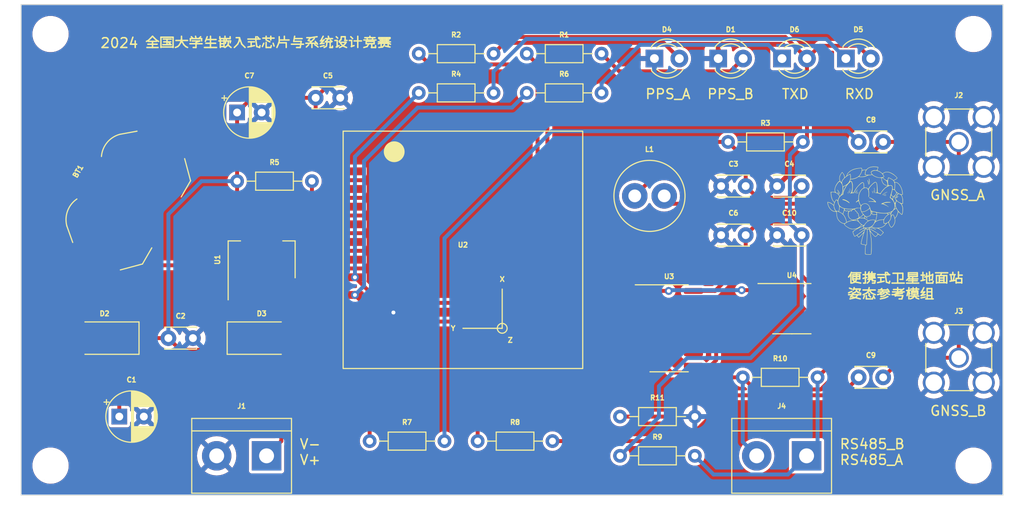
<source format=kicad_pcb>
(kicad_pcb (version 20221018) (generator pcbnew)
  (layers (0 "F.Cu" signal) (31 "B.Cu" signal) (34 "B.Paste" user) (35 "F.Paste" user) (36 "B.SilkS" user "B.Silkscreen") (37 "F.SilkS" user "F.Silkscreen") (38 "B.Mask" user) (39 "F.Mask" user) (44 "Edge.Cuts" user))
  (net 0 "")
  (net 1 "/VBAT")
  (net 2 "GND")
  (net 3 "/Vin")
  (net 4 "/+3V3")
  (net 5 "Net-(C3-Pad2)")
  (net 6 "Net-(C8-Pad1)")
  (net 7 "Net-(J2-In)")
  (net 8 "Net-(C9-Pad1)")
  (net 9 "/GNSS_PPS_A")
  (net 10 "Net-(D4-A)")
  (net 11 "/GNSS_PPS_B")
  (net 12 "Net-(D6-K)")
  (net 13 "Net-(D5-K)")
  (net 14 "/RS485_A")
  (net 15 "/RS485_B")
  (net 16 "/GNSS_RXD")
  (net 17 "Net-(U2-RESET_N)")
  (net 18 "/GNSS_TXD")
  (net 19 "Net-(D1-A)")
  (net 20 "/GNSS_ANT_A")
  (net 21 "Net-(D3-A)")
  (net 22 "/GNSS_ANT_B")
  (net 34 "Net-(U4-RO)")
  (net 35 "Net-(U3-Pad2)")
  (net 36 "Net-(U4-DE)")
  (footprint "Resistor_THT:R_Axial_DIN0204_L3.6mm_D1.6mm_P7.62mm_Horizontal" (layer "F.Cu") (at 120.5 55)
    (fp_text reference "R2" (at 3.81 -1.92) (layer "F.SilkS") (effects (font (size 0.5 0.5))))
    (fp_text value "1k")
    (pad "1" thru_hole circle locked (at 0 0) (size 1.4 1.4) (drill 0.7) (layers "*.Cu" "*.Mask") (net 11 "/GNSS_PPS_B"))
    (pad "2" thru_hole oval locked (at 7.62 0) (size 1.4 1.4) (drill 0.7) (layers "*.Cu" "*.Mask") (net 10 "Net-(D4-A)"))
  )
  (footprint "Resistor_THT:R_Axial_DIN0204_L3.6mm_D1.6mm_P7.62mm_Horizontal" (layer "F.Cu") (at 152 64)
    (fp_text reference "R3" (at 3.81 -1.92) (layer "F.SilkS") (effects (font (size 0.5 0.5))))
    (fp_text value "0")
    (pad "1" thru_hole circle locked (at 0 0) (size 1.4 1.4) (drill 0.7) (layers "*.Cu" "*.Mask") (net 5 "Net-(C3-Pad2)"))
    (pad "2" thru_hole oval locked (at 7.62 0) (size 1.4 1.4) (drill 0.7) (layers "*.Cu" "*.Mask") (net 4 "/+3V3"))
  )
  (footprint "LED_THT:LED_D3.0mm" (layer "F.Cu") (at 157.5 55.5)
    (fp_text reference "D6" (at 1.27 -2.96) (layer "F.SilkS") (effects (font (size 0.5 0.5))))
    (fp_text value "LED")
    (pad "1" thru_hole rect locked (at 0 0) (size 1.8 1.8) (drill 0.9) (layers "*.Cu" "*.Mask") (net 12 "Net-(D6-K)"))
    (pad "2" thru_hole circle locked (at 2.54 0) (size 1.8 1.8) (drill 0.9) (layers "*.Cu" "*.Mask") (net 4 "/+3V3"))
  )
  (footprint "Diode_SMD:D_SMA" (layer "F.Cu") (at 104.5 84)
    (fp_text reference "D3" (at 0 -2.5) (layer "F.SilkS") (effects (font (size 0.5 0.5))))
    (fp_text value "SS34")
    (pad "1" smd roundrect locked (at -2 0) (size 2.5 1.8) (layers "F.Cu" "F.Paste" "F.Mask") (roundrect_rratio 0.1388888889) (net 3 "/Vin"))
    (pad "2" smd roundrect locked (at 2 0) (size 2.5 1.8) (layers "F.Cu" "F.Paste" "F.Mask") (roundrect_rratio 0.1388888889) (net 21 "Net-(D3-A)"))
  )
  (footprint "Resistor_THT:R_Axial_DIN0204_L3.6mm_D1.6mm_P7.62mm_Horizontal" (layer "F.Cu") (at 141 96)
    (fp_text reference "R9" (at 3.81 -1.92) (layer "F.SilkS") (effects (font (size 0.5 0.5))))
    (fp_text value "10k")
    (pad "1" thru_hole circle locked (at 0 0) (size 1.4 1.4) (drill 0.7) (layers "*.Cu" "*.Mask") (net 4 "/+3V3"))
    (pad "2" thru_hole oval locked (at 7.62 0) (size 1.4 1.4) (drill 0.7) (layers "*.Cu" "*.Mask") (net 14 "/RS485_A"))
  )
  (footprint "Resistor_THT:R_Axial_DIN0204_L3.6mm_D1.6mm_P7.62mm_Horizontal" (layer "F.Cu") (at 120.5 59)
    (fp_text reference "R4" (at 3.81 -1.92) (layer "F.SilkS") (effects (font (size 0.5 0.5) (thickness 0.125))))
    (fp_text value "1k")
    (pad "1" thru_hole circle locked (at 0 0) (size 1.4 1.4) (drill 0.7) (layers "*.Cu" "*.Mask") (net 16 "/GNSS_RXD"))
    (pad "2" thru_hole oval locked (at 7.62 0) (size 1.4 1.4) (drill 0.7) (layers "*.Cu" "*.Mask") (net 13 "Net-(D5-K)"))
  )
  (footprint "LED_THT:LED_D3.0mm" (layer "F.Cu") (at 151 55.5)
    (fp_text reference "D1" (at 1.27 -2.96) (layer "F.SilkS") (effects (font (size 0.5 0.5))))
    (fp_text value "LED")
    (pad "1" thru_hole rect locked (at 0 0) (size 1.8 1.8) (drill 0.9) (layers "*.Cu" "*.Mask") (net 2 "GND"))
    (pad "2" thru_hole circle locked (at 2.54 0) (size 1.8 1.8) (drill 0.9) (layers "*.Cu" "*.Mask") (net 19 "Net-(D1-A)"))
  )
  (footprint "Package_SO:SOIC-14_3.9x8.7mm_P1.27mm" (layer "F.Cu") (at 146 83)
    (fp_text reference "U3" (at 0 -5.28) (layer "F.SilkS") (effects (font (size 0.5 0.5))))
    (fp_text value "74HC14")
    (pad "1" smd roundrect locked (at -2.475 -3.81) (size 1.95 0.6) (layers "F.Cu" "F.Paste" "F.Mask") (net 34 "Net-(U4-RO)"))
    (pad "2" smd roundrect locked (at -2.475 -2.54) (size 1.95 0.6) (layers "F.Cu" "F.Paste" "F.Mask") (net 35 "Net-(U3-Pad2)"))
    (pad "3" smd roundrect locked (at -2.475 -1.27) (size 1.95 0.6) (layers "F.Cu" "F.Paste" "F.Mask") (net 35 "Net-(U3-Pad2)"))
    (pad "4" smd roundrect locked (at -2.475 0) (size 1.95 0.6) (layers "F.Cu" "F.Paste" "F.Mask") (net 16 "/GNSS_RXD"))
    (pad "5" smd roundrect locked (at -2.475 1.27) (size 1.95 0.6) (layers "F.Cu" "F.Paste" "F.Mask") (net 18 "/GNSS_TXD"))
    (pad "6" smd roundrect locked (at -2.475 2.54) (size 1.95 0.6) (layers "F.Cu" "F.Paste" "F.Mask") (net 36 "Net-(U4-DE)"))
    (pad "7" smd roundrect locked (at -2.475 3.81) (size 1.95 0.6) (layers "F.Cu" "F.Paste" "F.Mask") (net 2 "GND"))
    (pad "8" smd roundrect locked (at 2.475 3.81) (size 1.95 0.6) (layers "F.Cu" "F.Paste" "F.Mask"))
    (pad "9" smd roundrect locked (at 2.475 2.54) (size 1.95 0.6) (layers "F.Cu" "F.Paste" "F.Mask"))
    (pad "10" smd roundrect locked (at 2.475 1.27) (size 1.95 0.6) (layers "F.Cu" "F.Paste" "F.Mask"))
    (pad "11" smd roundrect locked (at 2.475 0) (size 1.95 0.6) (layers "F.Cu" "F.Paste" "F.Mask"))
    (pad "12" smd roundrect locked (at 2.475 -1.27) (size 1.95 0.6) (layers "F.Cu" "F.Paste" "F.Mask"))
    (pad "13" smd roundrect locked (at 2.475 -2.54) (size 1.95 0.6) (layers "F.Cu" "F.Paste" "F.Mask"))
    (pad "14" smd roundrect locked (at 2.475 -3.81) (size 1.95 0.6) (layers "F.Cu" "F.Paste" "F.Mask") (net 4 "/+3V3"))
  )
  (footprint "Resistor_THT:R_Axial_DIN0204_L3.6mm_D1.6mm_P7.62mm_Horizontal" (layer "F.Cu") (at 153.5 88)
    (fp_text reference "R10" (at 3.81 -1.92) (layer "F.SilkS") (effects (font (size 0.5 0.5))))
    (fp_text value "120")
    (pad "1" thru_hole circle locked (at 0 0) (size 1.4 1.4) (drill 0.7) (layers "*.Cu" "*.Mask") (net 15 "/RS485_B"))
    (pad "2" thru_hole oval locked (at 7.62 0) (size 1.4 1.4) (drill 0.7) (layers "*.Cu" "*.Mask") (net 14 "/RS485_A"))
  )
  (footprint "Connector_Coaxial:SMA_Amphenol_901-144_Vertical" (layer "F.Cu") (at 175.5 64)
    (fp_text reference "J2" (at 0 -4.75) (layer "F.SilkS") (effects (font (size 0.5 0.5) (thickness 0.125))))
    (fp_text value "SMA")
    (pad "1" thru_hole circle locked (at 0 0) (size 2.05 2.05) (drill 1.5) (layers "*.Cu" "*.Mask") (net 7 "Net-(J2-In)"))
    (pad "2" thru_hole circle locked (at -2.54 -2.54) (size 2.25 2.25) (drill 1.7) (layers "*.Cu" "*.Mask") (net 2 "GND"))
    (pad "2" thru_hole circle locked (at -2.54 2.54) (size 2.25 2.25) (drill 1.7) (layers "*.Cu" "*.Mask") (net 2 "GND"))
    (pad "2" thru_hole circle locked (at 2.54 -2.54) (size 2.25 2.25) (drill 1.7) (layers "*.Cu" "*.Mask") (net 2 "GND"))
    (pad "2" thru_hole circle locked (at 2.54 2.54) (size 2.25 2.25) (drill 1.7) (layers "*.Cu" "*.Mask") (net 2 "GND"))
  )
  (footprint "Capacitor_THT:C_Disc_D3.0mm_W2.0mm_P2.50mm" (layer "F.Cu") (at 165.3 64)
    (fp_text reference "C8" (at 1.25 -2.25) (layer "F.SilkS") (effects (font (size 0.5 0.5) (thickness 0.125))))
    (fp_text value "100pF")
    (pad "1" thru_hole circle locked (at 0 0) (size 1.6 1.6) (drill 0.8) (layers "*.Cu" "*.Mask") (net 6 "Net-(C8-Pad1)"))
    (pad "2" thru_hole circle locked (at 2.5 0) (size 1.6 1.6) (drill 0.8) (layers "*.Cu" "*.Mask") (net 7 "Net-(J2-In)"))
  )
  (footprint "Package_SO:SOIC-8_3.9x4.9mm_P1.27mm" (layer "F.Cu") (at 158.5 81)
    (fp_text reference "U4" (at 0 -3.4) (layer "F.SilkS") (effects (font (size 0.5 0.5))))
    (fp_text value "MAX3485")
    (pad "1" smd roundrect locked (at -2.475 -1.905) (size 1.95 0.6) (layers "F.Cu" "F.Paste" "F.Mask") (net 34 "Net-(U4-RO)"))
    (pad "2" smd roundrect locked (at -2.475 -0.635) (size 1.95 0.6) (layers "F.Cu" "F.Paste" "F.Mask") (net 36 "Net-(U4-DE)"))
    (pad "3" smd roundrect locked (at -2.475 0.635) (size 1.95 0.6) (layers "F.Cu" "F.Paste" "F.Mask") (net 36 "Net-(U4-DE)"))
    (pad "4" smd roundrect locked (at -2.475 1.905) (size 1.95 0.6) (layers "F.Cu" "F.Paste" "F.Mask") (net 2 "GND"))
    (pad "5" smd roundrect locked (at 2.475 1.905) (size 1.95 0.6) (layers "F.Cu" "F.Paste" "F.Mask") (net 2 "GND"))
    (pad "6" smd roundrect locked (at 2.475 0.635) (size 1.95 0.6) (layers "F.Cu" "F.Paste" "F.Mask") (net 14 "/RS485_A"))
    (pad "7" smd roundrect locked (at 2.475 -0.635) (size 1.95 0.6) (layers "F.Cu" "F.Paste" "F.Mask") (net 15 "/RS485_B"))
    (pad "8" smd roundrect locked (at 2.475 -1.905) (size 1.95 0.6) (layers "F.Cu" "F.Paste" "F.Mask") (net 4 "/+3V3"))
  )
  (footprint "Connector_Coaxial:SMA_Amphenol_901-144_Vertical" (layer "F.Cu") (at 175.5 86)
    (fp_text reference "J3" (at 0 -4.75) (layer "F.SilkS") (effects (font (size 0.5 0.5) (thickness 0.125))))
    (fp_text value "SMA")
    (pad "1" thru_hole circle locked (at 0 0) (size 2.05 2.05) (drill 1.5) (layers "*.Cu" "*.Mask") (net 7 "Net-(J2-In)"))
    (pad "2" thru_hole circle locked (at -2.54 -2.54) (size 2.25 2.25) (drill 1.7) (layers "*.Cu" "*.Mask") (net 2 "GND"))
    (pad "2" thru_hole circle locked (at -2.54 2.54) (size 2.25 2.25) (drill 1.7) (layers "*.Cu" "*.Mask") (net 2 "GND"))
    (pad "2" thru_hole circle locked (at 2.54 -2.54) (size 2.25 2.25) (drill 1.7) (layers "*.Cu" "*.Mask") (net 2 "GND"))
    (pad "2" thru_hole circle locked (at 2.54 2.54) (size 2.25 2.25) (drill 1.7) (layers "*.Cu" "*.Mask") (net 2 "GND"))
  )
  (footprint "Inductor_THT:L_Radial_D7.0mm_P3.00mm" (layer "F.Cu") (at 142.5 69.5)
    (fp_text reference "L1" (at 1.5 -4.75) (layer "F.SilkS") (effects (font (size 0.5 0.5))))
    (fp_text value "20uH")
    (pad "1" thru_hole circle locked (at 0 0) (size 2.6 2.6) (drill 1.3) (layers "*.Cu" "*.Mask") (net 5 "Net-(C3-Pad2)"))
    (pad "2" thru_hole circle locked (at 3 0) (size 2.6 2.6) (drill 1.3) (layers "*.Cu" "*.Mask") (net 7 "Net-(J2-In)"))
  )
  (footprint "Resistor_THT:R_Axial_DIN0204_L3.6mm_D1.6mm_P7.62mm_Horizontal" (layer "F.Cu") (at 131.5 59)
    (fp_text reference "R6" (at 3.81 -1.92) (layer "F.SilkS") (effects (font (size 0.5 0.5) (thickness 0.125))))
    (fp_text value "1k")
    (pad "1" thru_hole circle locked (at 0 0) (size 1.4 1.4) (drill 0.7) (layers "*.Cu" "*.Mask") (net 18 "/GNSS_TXD"))
    (pad "2" thru_hole oval locked (at 7.62 0) (size 1.4 1.4) (drill 0.7) (layers "*.Cu" "*.Mask") (net 12 "Net-(D6-K)"))
  )
  (footprint "Capacitor_THT:C_Disc_D3.0mm_W2.0mm_P2.50mm" (layer "F.Cu") (at 157 73.5)
    (fp_text reference "C10" (at 1.25 -2.25) (layer "F.SilkS") (effects (font (size 0.5 0.5))))
    (fp_text value "0.1uF")
    (pad "1" thru_hole circle locked (at 0 0) (size 1.6 1.6) (drill 0.8) (layers "*.Cu" "*.Mask") (net 2 "GND"))
    (pad "2" thru_hole circle locked (at 2.5 0) (size 1.6 1.6) (drill 0.8) (layers "*.Cu" "*.Mask") (net 4 "/+3V3"))
  )
  (footprint "Battery:BatteryHolder_LINX_BAT-HLD-012-SMT" (layer "F.Cu") (at 91 70 -120)
    (fp_text reference "BT1" (at 0 6 60) (layer "F.SilkS") (effects (font (size 0.5 0.5))))
    (fp_text value "3V")
    (pad "1" smd rect locked (at -7.6 0 240) (size 2.5 5.1) (layers "F.Cu" "F.Paste" "F.Mask") (net 1 "/VBAT"))
    (pad "1" smd rect locked (at 7.6 0 240) (size 2.5 5.1) (layers "F.Cu" "F.Paste" "F.Mask") (net 1 "/VBAT"))
    (pad "2" smd circle locked (at 0 0 240) (size 10.2 10.2) (layers "F.Cu" "F.Mask") (net 2 "GND"))
  )
  (footprint "GNSS:Cat" (layer "F.Cu") (at 166 71)
    (fp_text reference "G***" hide)
    (fp_text value "LOGO" hide)
  )
  (footprint "GNSS:LC02H" (layer "F.Cu") (at 125 75)
    (fp_text reference "U2" (at 0 -0.5 unlocked) (layer "F.SilkS") (effects (font (size 0.5 0.5) (thickness 0.125))))
    (fp_text value "LC02H")
    (fp_text user "Z" (at 4.5 9.5 unlocked) (layer "F.SilkS") (effects (font (size 0.5 0.5) (thickness 0.125)) (justify left bottom)))
    (fp_text user "Y" (at -1 8 unlocked) (layer "F.SilkS") (effects (font (size 0.5 0.5) (thickness 0.125))))
    (fp_text user "X" (at 4 3 unlocked) (layer "F.SilkS") (effects (font (size 0.5 0.5) (thickness 0.125))))
    (pad "1" smd roundrect locked (at -11.1 -9.8) (size 2 0.8) (layers "F.Cu" "F.Paste" "F.Mask") (net 2 "GND"))
    (pad "2" smd roundrect locked (at -11.1 -8) (size 2 0.8) (layers "F.Cu" "F.Paste" "F.Mask") (net 4 "/+3V3"))
    (pad "3" smd roundrect locked (at -11.1 -6.2) (size 2 0.8) (layers "F.Cu" "F.Paste" "F.Mask"))
    (pad "4" smd roundrect locked (at -11.1 -4.4) (size 2 0.8) (layers "F.Cu" "F.Paste" "F.Mask"))
    (pad "5" smd roundrect locked (at -11.1 -2.6) (size 2 0.8) (layers "F.Cu" "F.Paste" "F.Mask"))
    (pad "6" smd roundrect locked (at -11.1 -0.8) (size 2 0.8) (layers "F.Cu" "F.Paste" "F.Mask"))
    (pad "7" smd roundrect locked (at -11.1 1) (size 2 0.8) (layers "F.Cu" "F.Paste" "F.Mask") (net 17 "Net-(U2-RESET_N)"))
    (pad "8" smd roundrect locked (at -11.1 2.8) (size 2 0.8) (layers "F.Cu" "F.Paste" "F.Mask") (net 16 "/GNSS_RXD"))
    (pad "9" smd roundrect locked (at -11.1 4.6) (size 2 0.8) (layers "F.Cu" "F.Paste" "F.Mask") (net 18 "/GNSS_TXD"))
    (pad "10" smd roundrect locked (at -11.1 6.4) (size 2 0.8) (layers "F.Cu" "F.Paste" "F.Mask") (net 1 "/VBAT"))
    (pad "11" smd roundrect locked (at -11.1 8.2) (size 2 0.8) (layers "F.Cu" "F.Paste" "F.Mask") (net 20 "/GNSS_ANT_A"))
    (pad "12" smd roundrect locked (at -11.1 10) (size 2 0.8) (layers "F.Cu" "F.Paste" "F.Mask") (net 2 "GND"))
    (pad "13" smd roundrect locked (at 11.1 10) (size 2 0.8) (layers "F.Cu" "F.Paste" "F.Mask") (net 2 "GND"))
    (pad "14" smd roundrect locked (at 11.1 8.2) (size 2 0.8) (layers "F.Cu" "F.Paste" "F.Mask") (net 22 "/GNSS_ANT_B"))
    (pad "15" smd roundrect locked (at 11.1 6.4) (size 2 0.8) (layers "F.Cu" "F.Paste" "F.Mask"))
    (pad "16" smd roundrect locked (at 11.1 4.6) (size 2 0.8) (layers "F.Cu" "F.Paste" "F.Mask") (net 11 "/GNSS_PPS_B"))
    (pad "17" smd roundrect locked (at 11.1 2.8) (size 2 0.8) (layers "F.Cu" "F.Paste" "F.Mask"))
    (pad "18" smd roundrect locked (at 11.1 1) (size 2 0.8) (layers "F.Cu" "F.Paste" "F.Mask"))
    (pad "19" smd roundrect locked (at 11.1 -1) (size 2 0.8) (layers "F.Cu" "F.Paste" "F.Mask"))
    (pad "20" smd roundrect locked (at 11.1 -2.8) (size 2 0.8) (layers "F.Cu" "F.Paste" "F.Mask"))
    (pad "21" smd roundrect locked (at 11.1 -4.6) (size 2 0.8) (layers "F.Cu" "F.Paste" "F.Mask"))
    (pad "22" smd roundrect locked (at 11.1 -6.4) (size 2 0.8) (layers "F.Cu" "F.Paste" "F.Mask"))
    (pad "23" smd roundrect locked (at 11.1 -8.2) (size 2 0.8) (layers "F.Cu" "F.Paste" "F.Mask") (net 9 "/GNSS_PPS_A"))
    (pad "24" smd roundrect locked (at 11.1 -10) (size 2 0.8) (layers "F.Cu" "F.Paste" "F.Mask") (net 2 "GND"))
  )
  (footprint "Resistor_THT:R_Axial_DIN0204_L3.6mm_D1.6mm_P7.62mm_Horizontal" (layer "F.Cu") (at 102 68)
    (fp_text reference "R5" (at 3.81 -1.92) (layer "F.SilkS") (effects (font (size 0.5 0.5))))
    (fp_text value "10k")
    (pad "1" thru_hole circle locked (at 0 0) (size 1.4 1.4) (drill 0.7) (layers "*.Cu" "*.Mask") (net 4 "/+3V3"))
    (pad "2" thru_hole oval locked (at 7.62 0) (size 1.4 1.4) (drill 0.7) (layers "*.Cu" "*.Mask") (net 17 "Net-(U2-RESET_N)"))
  )
  (footprint "TerminalBlock:TerminalBlock_bornier-2_P5.08mm" (layer "F.Cu") (at 105 96 180)
    (fp_text reference "J1" (at 2.54 5.068) (layer "F.SilkS") (effects (font (size 0.5 0.5))))
    (fp_text value "POWER")
    (pad "1" thru_hole rect locked (at 0 0 180) (size 3 3) (drill 1.52) (layers "*.Cu" "*.Mask") (net 21 "Net-(D3-A)"))
    (pad "2" thru_hole circle locked (at 5.08 0 180) (size 3 3) (drill 1.52) (layers "*.Cu" "*.Mask") (net 2 "GND"))
  )
  (footprint "Capacitor_THT:C_Disc_D3.0mm_W2.0mm_P2.50mm" (layer "F.Cu") (at 151.3 73.5)
    (fp_text reference "C6" (at 1.25 -2.25) (layer "F.SilkS") (effects (font (size 0.5 0.5))))
    (fp_text value "0.1uF")
    (pad "1" thru_hole circle locked (at 0 0) (size 1.6 1.6) (drill 0.8) (layers "*.Cu" "*.Mask") (net 2 "GND"))
    (pad "2" thru_hole circle locked (at 2.5 0) (size 1.6 1.6) (drill 0.8) (layers "*.Cu" "*.Mask") (net 4 "/+3V3"))
  )
  (footprint "Diode_SMD:D_SMA" (layer "F.Cu") (at 88.5 84 180)
    (fp_text reference "D2" (at 0 2.5) (layer "F.SilkS") (effects (font (size 0.5 0.5) (thickness 0.125))))
    (fp_text value "SS34")
    (pad "1" smd roundrect locked (at -2 0 180) (size 2.5 1.8) (layers "F.Cu" "F.Paste" "F.Mask") (roundrect_rratio 0.1388888889) (net 4 "/+3V3"))
    (pad "2" smd roundrect locked (at 2 0 180) (size 2.5 1.8) (layers "F.Cu" "F.Paste" "F.Mask") (roundrect_rratio 0.1388888889) (net 1 "/VBAT"))
  )
  (footprint "LED_THT:LED_D3.0mm" (layer "F.Cu") (at 144.5 55.5)
    (fp_text reference "D4" (at 1.27 -2.96) (layer "F.SilkS") (effects (font (size 0.5 0.5))))
    (fp_text value "LED")
    (pad "1" thru_hole rect locked (at 0 0) (size 1.8 1.8) (drill 0.9) (layers "*.Cu" "*.Mask") (net 2 "GND"))
    (pad "2" thru_hole circle locked (at 2.54 0) (size 1.8 1.8) (drill 0.9) (layers "*.Cu" "*.Mask") (net 10 "Net-(D4-A)"))
  )
  (footprint "Resistor_THT:R_Axial_DIN0204_L3.6mm_D1.6mm_P7.62mm_Horizontal" (layer "F.Cu") (at 115.5 94.5)
    (fp_text reference "R7" (at 3.81 -1.92) (layer "F.SilkS") (effects (font (size 0.5 0.5))))
    (fp_text value "0")
    (pad "1" thru_hole circle locked (at 0 0) (size 1.4 1.4) (drill 0.7) (layers "*.Cu" "*.Mask") (net 20 "/GNSS_ANT_A"))
    (pad "2" thru_hole oval locked (at 7.62 0) (size 1.4 1.4) (drill 0.7) (layers "*.Cu" "*.Mask") (net 6 "Net-(C8-Pad1)"))
  )
  (footprint "Resistor_THT:R_Axial_DIN0204_L3.6mm_D1.6mm_P7.62mm_Horizontal" (layer "F.Cu") (at 126.5 94.5)
    (fp_text reference "R8" (at 3.81 -1.92) (layer "F.SilkS") (effects (font (size 0.5 0.5))))
    (fp_text value "0")
    (pad "1" thru_hole circle locked (at 0 0) (size 1.4 1.4) (drill 0.7) (layers "*.Cu" "*.Mask") (net 22 "/GNSS_ANT_B"))
    (pad "2" thru_hole oval locked (at 7.62 0) (size 1.4 1.4) (drill 0.7) (layers "*.Cu" "*.Mask") (net 8 "Net-(C9-Pad1)"))
  )
  (footprint "Capacitor_THT:CP_Radial_D5.0mm_P2.50mm" (layer "F.Cu") (at 90 92)
    (fp_text reference "C1" (at 1.25 -3.75) (layer "F.SilkS") (effects (font (size 0.5 0.5) (thickness 0.125))))
    (fp_text value "10uF")
    (pad "1" thru_hole rect locked (at 0 0) (size 1.6 1.6) (drill 0.8) (layers "*.Cu" "*.Mask") (net 3 "/Vin"))
    (pad "2" thru_hole circle locked (at 2.5 0) (size 1.6 1.6) (drill 0.8) (layers "*.Cu" "*.Mask") (net 2 "GND"))
  )
  (footprint "TerminalBlock:TerminalBlock_bornier-2_P5.08mm" (layer "F.Cu") (at 160 96 180)
    (fp_text reference "J4" (at 2.54 5.068) (layer "F.SilkS") (effects (font (size 0.5 0.5))))
    (fp_text value "RS485")
    (pad "1" thru_hole rect locked (at 0 0 180) (size 3 3) (drill 1.52) (layers "*.Cu" "*.Mask") (net 14 "/RS485_A"))
    (pad "2" thru_hole circle locked (at 5.08 0 180) (size 3 3) (drill 1.52) (layers "*.Cu" "*.Mask") (net 15 "/RS485_B"))
  )
  (footprint "Capacitor_THT:C_Disc_D3.0mm_W2.0mm_P2.50mm" (layer "F.Cu") (at 157 68.5)
    (fp_text reference "C4" (at 1.25 -2.25) (layer "F.SilkS") (effects (font (size 0.5 0.5))))
    (fp_text value "0.1uF")
    (pad "1" thru_hole circle locked (at 0 0) (size 1.6 1.6) (drill 0.8) (layers "*.Cu" "*.Mask") (net 2 "GND"))
    (pad "2" thru_hole circle locked (at 2.5 0) (size 1.6 1.6) (drill 0.8) (layers "*.Cu" "*.Mask") (net 5 "Net-(C3-Pad2)"))
  )
  (footprint "Capacitor_THT:C_Disc_D3.0mm_W2.0mm_P2.50mm" (layer "F.Cu") (at 95 84)
    (fp_text reference "C2" (at 1.25 -2.25) (layer "F.SilkS") (effects (font (size 0.5 0.5))))
    (fp_text value "0.1uF")
    (pad "1" thru_hole circle locked (at 0 0) (size 1.6 1.6) (drill 0.8) (layers "*.Cu" "*.Mask") (net 4 "/+3V3"))
    (pad "2" thru_hole circle locked (at 2.5 0) (size 1.6 1.6) (drill 0.8) (layers "*.Cu" "*.Mask") (net 2 "GND"))
  )
  (footprint "Resistor_THT:R_Axial_DIN0204_L3.6mm_D1.6mm_P7.62mm_Horizontal" (layer "F.Cu") (at 141 92)
    (fp_text reference "R11" (at 3.81 -1.92) (layer "F.SilkS") (effects (font (size 0.5 0.5))))
    (fp_text value "10k")
    (pad "1" thru_hole circle locked (at 0 0) (size 1.4 1.4) (drill 0.7) (layers "*.Cu" "*.Mask") (net 15 "/RS485_B"))
    (pad "2" thru_hole oval locked (at 7.62 0) (size 1.4 1.4) (drill 0.7) (layers "*.Cu" "*.Mask") (net 2 "GND"))
  )
  (footprint "MountingHole:MountingHole_3.2mm_M3_DIN965" (layer "F.Cu") (at 83 53)
    (fp_text reference "H1" hide)
    (fp_text value "MountingHole")
    (pad "" np_thru_hole circle locked (at 0 0) (size 3.2 3.2) (drill 3.2) (layers "*.Cu" "*.Mask"))
  )
  (footprint "MountingHole:MountingHole_3.2mm_M3_DIN965" (layer "F.Cu") (at 83 97)
    (fp_text reference "H4" hide)
    (fp_text value "MountingHole")
    (pad "" np_thru_hole circle locked (at 0 0) (size 3.2 3.2) (drill 3.2) (layers "*.Cu" "*.Mask"))
  )
  (footprint "Capacitor_THT:CP_Radial_D5.0mm_P2.50mm" (layer "F.Cu") (at 102 61)
    (fp_text reference "C7" (at 1.25 -3.75) (layer "F.SilkS") (effects (font (size 0.5 0.5))))
    (fp_text value "10uF")
    (pad "1" thru_hole rect locked (at 0 0) (size 1.6 1.6) (drill 0.8) (layers "*.Cu" "*.Mask") (net 4 "/+3V3"))
    (pad "2" thru_hole circle locked (at 2.5 0) (size 1.6 1.6) (drill 0.8) (layers "*.Cu" "*.Mask") (net 2 "GND"))
  )
  (footprint "LED_THT:LED_D3.0mm" (layer "F.Cu") (at 164 55.5)
    (fp_text reference "D5" (at 1.27 -2.96) (layer "F.SilkS") (effects (font (size 0.5 0.5))))
    (fp_text value "LED")
    (pad "1" thru_hole rect locked (at 0 0) (size 1.8 1.8) (drill 0.9) (layers "*.Cu" "*.Mask") (net 13 "Net-(D5-K)"))
    (pad "2" thru_hole circle locked (at 2.54 0) (size 1.8 1.8) (drill 0.9) (layers "*.Cu" "*.Mask") (net 4 "/+3V3"))
  )
  (footprint "MountingHole:MountingHole_3.2mm_M3_DIN965" (layer "F.Cu") (at 177 97)
    (fp_text reference "H3" hide)
    (fp_text value "MountingHole")
    (pad "" np_thru_hole circle locked (at 0 0) (size 3.2 3.2) (drill 3.2) (layers "*.Cu" "*.Mask"))
  )
  (footprint "Resistor_THT:R_Axial_DIN0204_L3.6mm_D1.6mm_P7.62mm_Horizontal" (layer "F.Cu") (at 131.5 55)
    (fp_text reference "R1" (at 3.81 -1.92) (layer "F.SilkS") (effects (font (size 0.5 0.5))))
    (fp_text value "1k")
    (pad "1" thru_hole circle locked (at 0 0) (size 1.4 1.4) (drill 0.7) (layers "*.Cu" "*.Mask") (net 9 "/GNSS_PPS_A"))
    (pad "2" thru_hole oval locked (at 7.62 0) (size 1.4 1.4) (drill 0.7) (layers "*.Cu" "*.Mask") (net 19 "Net-(D1-A)"))
  )
  (footprint "Capacitor_THT:C_Disc_D3.0mm_W2.0mm_P2.50mm" (layer "F.Cu") (at 165.3 88)
    (fp_text reference "C9" (at 1.25 -2.25) (layer "F.SilkS") (effects (font (size 0.5 0.5) (thickness 0.125))))
    (fp_text value "100pF")
    (pad "1" thru_hole circle locked (at 0 0) (size 1.6 1.6) (drill 0.8) (layers "*.Cu" "*.Mask") (net 8 "Net-(C9-Pad1)"))
    (pad "2" thru_hole circle locked (at 2.5 0) (size 1.6 1.6) (drill 0.8) (layers "*.Cu" "*.Mask") (net 7 "Net-(J2-In)"))
  )
  (footprint "Capacitor_THT:C_Disc_D3.0mm_W2.0mm_P2.50mm" (layer "F.Cu") (at 110 59.5)
    (fp_text reference "C5" (at 1.25 -2.25) (layer "F.SilkS") (effects (font (size 0.5 0.5))))
    (fp_text value "0.1uF")
    (pad "1" thru_hole circle locked (at 0 0) (size 1.6 1.6) (drill 0.8) (layers "*.Cu" "*.Mask") (net 4 "/+3V3"))
    (pad "2" thru_hole circle locked (at 2.5 0) (size 1.6 1.6) (drill 0.8) (layers "*.Cu" "*.Mask") (net 2 "GND"))
  )
  (footprint "MountingHole:MountingHole_3.2mm_M3_DIN965" (layer "F.Cu") (at 177 53)
    (fp_text reference "H2" hide)
    (fp_text value "MountingHole")
    (pad "" np_thru_hole circle locked (at 0 0) (size 3.2 3.2) (drill 3.2) (layers "*.Cu" "*.Mask"))
  )
  (footprint "Capacitor_THT:C_Disc_D3.0mm_W2.0mm_P2.50mm" (layer "F.Cu") (at 151.3 68.5)
    (fp_text reference "C3" (at 1.25 -2.25) (layer "F.SilkS") (effects (font (size 0.5 0.5))))
    (fp_text value "100pF")
    (pad "1" thru_hole circle locked (at 0 0) (size 1.6 1.6) (drill 0.8) (layers "*.Cu" "*.Mask") (net 2 "GND"))
    (pad "2" thru_hole circle locked (at 2.5 0) (size 1.6 1.6) (drill 0.8) (layers "*.Cu" "*.Mask") (net 5 "Net-(C3-Pad2)"))
  )
  (footprint "Package_TO_SOT_SMD:SOT-223-3_TabPin2" (layer "F.Cu") (at 104.5 76 90)
    (fp_text reference "U1" (at 0 -4.5 90) (layer "F.SilkS") (effects (font (size 0.5 0.5))))
    (fp_text value "AMS1117-3.3")
    (pad "1" smd rect locked (at -3.15 -2.3 90) (size 2 1.5) (layers "F.Cu" "F.Paste" "F.Mask") (net 2 "GND"))
    (pad "2" smd rect locked (at -3.15 0 90) (size 2 1.5) (layers "F.Cu" "F.Paste" "F.Mask") (net 4 "/+3V3"))
    (pad "2" smd rect locked (at 3.15 0 90) (size 2 3.8) (layers "F.Cu" "F.Paste" "F.Mask") (net 4 "/+3V3"))
    (pad "3" smd rect locked (at -3.15 2.3 90) (size 2 1.5) (layers "F.Cu" "F.Paste" "F.Mask") (net 3 "/Vin"))
  )
  (gr_rect locked (start 80 50) (end 180 100) (stroke (width 0.1)) (fill none) (layer "Edge.Cuts"))
  (gr_text locked "PPS_A" (at 143.5 59.7) (layer "F.SilkS") (effects (font (size 1 1)) (justify left bottom)))
  (gr_text locked "PPS_B" (at 149.8 59.7) (layer "F.SilkS") (effects (font (size 1 1)) (justify left bottom)))
  (gr_text locked "GNSS_A" (at 172.5 70) (layer "F.SilkS") (effects (font (size 1 1)) (justify left bottom)))
  (gr_text locked "便携式卫星地面站\n姿态参考模组" (at 164.084 78.74) (layer "F.SilkS") (effects (font (size 1 1)) (justify left)))
  (gr_text locked "V-\nV+" (at 108.3 97) (layer "F.SilkS") (effects (font (size 1 1)) (justify left bottom)))
  (gr_text locked "2024 全国大学生嵌入式芯片与系统设计竞赛" (at 88 54.5) (layer "F.SilkS") (effects (font (size 1 1)) (justify left bottom)))
  (gr_text locked "RS485_B\nRS485_A" (at 163.3 97) (layer "F.SilkS") (effects (font (size 1 1)) (justify left bottom)))
  (gr_text locked "GNSS_B" (at 172.5 92) (layer "F.SilkS") (effects (font (size 1 1)) (justify left bottom)))
  (gr_text locked "TXD" (at 157.4 59.7) (layer "F.SilkS") (effects (font (size 1 1)) (justify left bottom)))
  (gr_text locked "RXD" (at 163.8 59.7) (layer "F.SilkS") (effects (font (size 1 1)) (justify left bottom)))
  (segment locked (start 85.33327 67.82873) (end 89.743793 63.418207) (width 0.4) (layer "F.Cu") (net 1))
  (segment locked (start 87.2 76.581793) (end 85.33327 74.715063) (width 0.4) (layer "F.Cu") (net 1))
  (segment locked (start 86.5 77.281793) (end 87.2 76.581793) (width 0.4) (layer "F.Cu") (net 1))
  (segment locked (start 85.33327 74.715063) (end 85.33327 67.82873) (width 0.4) (layer "F.Cu") (net 1))
  (segment locked (start 106.781793 76.581793) (end 111.6 81.4) (width 0.4) (layer "F.Cu") (net 1))
  (segment locked (start 86.5 84) (end 86.5 77.281793) (width 0.4) (layer "F.Cu") (net 1))
  (segment locked (start 89.743793 63.418207) (end 94.8 63.418207) (width 0.4) (layer "F.Cu") (net 1))
  (segment locked (start 87.2 76.581793) (end 106.781793 76.581793) (width 0.4) (layer "F.Cu") (net 1))
  (segment locked (start 111.6 81.4) (end 113.9 81.4) (width 0.4) (layer "F.Cu") (net 1))
  (via locked (at 117.92 81.39) (size 0.8) (drill 0.4) (layers "F.Cu" "B.Cu") (net 2))
  (segment locked (start 102.5 84) (end 99.3 87.2) (width 0.4) (layer "F.Cu") (net 3))
  (segment locked (start 99.3 87.2) (end 91.59 87.2) (width 0.4) (layer "F.Cu") (net 3))
  (segment locked (start 90 88.79) (end 90 92) (width 0.4) (layer "F.Cu") (net 3))
  (segment locked (start 106.8 79.4) (end 102.5 83.7) (width 0.4) (layer "F.Cu") (net 3))
  (segment locked (start 91.59 87.2) (end 90 88.79) (width 0.4) (layer "F.Cu") (net 3))
  (segment locked (start 150.68 79.19) (end 148.475 79.19) (width 0.4) (layer "F.Cu") (net 4))
  (segment locked (start 160.04 63.58) (end 159.62 64) (width 0.4) (layer "F.Cu") (net 4))
  (segment locked (start 98.723834 85.2) (end 96.2 85.2) (width 0.4) (layer "F.Cu") (net 4))
  (segment locked (start 159.5 77.62) (end 160.975 79.095) (width 0.4) (layer "F.Cu") (net 4))
  (segment locked (start 104.5 79.423834) (end 98.723834 85.2) (width 0.4) (layer "F.Cu") (net 4))
  (segment locked (start 110 64.1) (end 112.9 67) (width 0.4) (layer "F.Cu") (net 4))
  (segment locked (start 159.5 73.5) (end 159.5 77.62) (width 0.4) (layer "F.Cu") (net 4))
  (segment locked (start 153.8 73.5) (end 153.8 76.07) (width 0.4) (layer "F.Cu") (net 4))
  (segment locked (start 166.54 55.5) (end 165.24 54.2) (width 0.4) (layer "F.Cu") (net 4))
  (segment locked (start 95 84) (end 90.5 84) (width 0.4) (layer "F.Cu") (net 4))
  (segment locked (start 158.3 72.3) (end 155 72.3) (width 0.4) (layer "F.Cu") (net 4))
  (segment locked (start 102 68) (end 102 70.35) (width 0.4) (layer "F.Cu") (net 4))
  (segment locked (start 96.2 85.2) (end 95 84) (width 0.4) (layer "F.Cu") (net 4))
  (segment locked (start 112.9 67) (end 113.9 67) (width 0.4) (layer "F.Cu") (net 4))
  (segment locked (start 102 70.35) (end 104.5 72.85) (width 0.4) (layer "F.Cu") (net 4))
  (segment locked (start 110 59.5) (end 103.5 59.5) (width 0.4) (layer "F.Cu") (net 4))
  (segment locked (start 102 61) (end 102 68) (width 0.4) (layer "F.Cu") (net 4))
  (segment locked (start 153.8 76.07) (end 150.68 79.19) (width 0.4) (layer "F.Cu") (net 4))
  (segment locked (start 160.04 55.5) (end 160.04 63.58) (width 0.4) (layer "F.Cu") (net 4))
  (segment locked (start 157.84 53.3) (end 160.04 55.5) (width 0.4) (layer "F.Cu") (net 4))
  (segment locked (start 165.24 54.2) (end 161.34 54.2) (width 0.4) (layer "F.Cu") (net 4))
  (segment locked (start 110 59.5) (end 110 64.1) (width 0.4) (layer "F.Cu") (net 4))
  (segment locked (start 116.2 53.3) (end 157.84 53.3) (width 0.4) (layer "F.Cu") (net 4))
  (segment locked (start 159.5 73.5) (end 158.3 72.3) (width 0.4) (layer "F.Cu") (net 4))
  (segment locked (start 110 59.5) (end 116.2 53.3) (width 0.4) (layer "F.Cu") (net 4))
  (segment locked (start 155 72.3) (end 153.8 73.5) (width 0.4) (layer "F.Cu") (net 4))
  (segment locked (start 103.5 59.5) (end 102 61) (width 0.4) (layer "F.Cu") (net 4))
  (segment locked (start 161.34 54.2) (end 160.04 55.5) (width 0.4) (layer "F.Cu") (net 4))
  (segment locked (start 102 68) (end 98.37 68) (width 0.4) (layer "B.Cu") (net 4))
  (segment locked (start 158.3 65.32) (end 158.3 72.3) (width 0.4) (layer "B.Cu") (net 4))
  (segment locked (start 98.37 68) (end 95 71.37) (width 0.4) (layer "B.Cu") (net 4))
  (segment locked (start 158.3 72.3) (end 159.5 73.5) (width 0.4) (layer "B.Cu") (net 4))
  (segment locked (start 144.96 92.04) (end 141 96) (width 0.4) (layer "B.Cu") (net 4))
  (segment locked (start 159.62 64) (end 158.3 65.32) (width 0.4) (layer "B.Cu") (net 4))
  (segment locked (start 159.5 73.5) (end 159.5 80.83) (width 0.4) (layer "B.Cu") (net 4))
  (segment locked (start 154.3 86.03) (end 147.84 86.03) (width 0.4) (layer "B.Cu") (net 4))
  (segment locked (start 147.84 86.03) (end 144.96 88.91) (width 0.4) (layer "B.Cu") (net 4))
  (segment locked (start 144.96 88.91) (end 144.96 92.04) (width 0.4) (layer "B.Cu") (net 4))
  (segment locked (start 95 71.37) (end 95 84) (width 0.4) (layer "B.Cu") (net 4))
  (segment locked (start 159.5 80.83) (end 154.3 86.03) (width 0.4) (layer "B.Cu") (net 4))
  (segment locked (start 158.3 69.7) (end 159.5 68.5) (width 0.4) (layer "F.Cu") (net 5))
  (segment locked (start 153.8 65.8) (end 153.8 68.5) (width 0.4) (layer "F.Cu") (net 5))
  (segment locked (start 155 69.7) (end 158.3 69.7) (width 0.4) (layer "F.Cu") (net 5))
  (segment locked (start 152 64) (end 153.8 65.8) (width 0.4) (layer "F.Cu") (net 5))
  (segment locked (start 142.5 69.5) (end 148 64) (width 0.4) (layer "F.Cu") (net 5))
  (segment locked (start 148 64) (end 152 64) (width 0.4) (layer "F.Cu") (net 5))
  (segment locked (start 153.8 68.5) (end 155 69.7) (width 0.4) (layer "F.Cu") (net 5))
  (segment locked (start 165.3 64) (end 164.2 62.9) (width 0.4) (layer "B.Cu") (net 6))
  (segment locked (start 134.04 62.9) (end 123.12 73.82) (width 0.4) (layer "B.Cu") (net 6))
  (segment locked (start 164.2 62.9) (end 134.04 62.9) (width 0.4) (layer "B.Cu") (net 6))
  (segment locked (start 123.12 73.82) (end 123.12 94.5) (width 0.4) (layer "B.Cu") (net 6))
  (segment locked (start 167.8 64) (end 175.5 64) (width 0.4) (layer "F.Cu") (net 7))
  (segment locked (start 169.8 86) (end 175.5 86) (width 0.4) (layer "F.Cu") (net 7))
  (segment locked (start 161.5 70.3) (end 167.8 64) (width 0.4) (layer "F.Cu") (net 7))
  (segment locked (start 175.5 64) (end 175.5 86) (width 0.4) (layer "F.Cu") (net 7))
  (segment locked (start 146.3 70.3) (end 161.5 70.3) (width 0.4) (layer "F.Cu") (net 7))
  (segment locked (start 167.8 88) (end 169.8 86) (width 0.4) (layer "F.Cu") (net 7))
  (segment locked (start 145.5 69.5) (end 146.3 70.3) (width 0.4) (layer "F.Cu") (net 7))
  (segment locked (start 152.345635 89.83) (end 163.47 89.83) (width 0.4) (layer "F.Cu") (net 8))
  (segment locked (start 163.47 89.83) (end 165.3 88) (width 0.4) (layer "F.Cu") (net 8))
  (segment locked (start 147.675635 94.5) (end 152.345635 89.83) (width 0.4) (layer "F.Cu") (net 8))
  (segment locked (start 134.12 94.5) (end 147.675635 94.5) (width 0.4) (layer "F.Cu") (net 8))
  (segment locked (start 133.604 65.304) (end 135.1 66.8) (width 0.4) (layer "F.Cu") (net 9))
  (segment locked (start 135.1 66.8) (end 136.1 66.8) (width 0.4) (layer "F.Cu") (net 9))
  (segment locked (start 133.604 57.104) (end 133.604 65.304) (width 0.4) (layer "F.Cu") (net 9))
  (segment locked (start 131.5 55) (end 133.604 57.104) (width 0.4) (layer "F.Cu") (net 9))
  (segment locked (start 145.44 53.9) (end 129.22 53.9) (width 0.4) (layer "F.Cu") (net 10))
  (segment locked (start 129.22 53.9) (end 128.12 55) (width 0.4) (layer "F.Cu") (net 10))
  (segment locked (start 147.04 55.5) (end 145.44 53.9) (width 0.4) (layer "F.Cu") (net 10))
  (segment locked (start 132.6 77.458) (end 134.742 79.6) (width 0.4) (layer "F.Cu") (net 11))
  (segment locked (start 120.5 55) (end 121.6 56.1) (width 0.4) (layer "F.Cu") (net 11))
  (segment locked (start 121.6 56.1) (end 130.522 56.1) (width 0.4) (layer "F.Cu") (net 11))
  (segment locked (start 130.522 56.1) (end 132.6 58.178) (width 0.4) (layer "F.Cu") (net 11))
  (segment locked (start 132.6 58.178) (end 132.6 77.458) (width 0.4) (layer "F.Cu") (net 11))
  (segment locked (start 134.742 79.6) (end 136.1 79.6) (width 0.4) (layer "F.Cu") (net 11))
  (segment locked (start 143.028051 54.102) (end 156.102 54.102) (width 0.4) (layer "B.Cu") (net 12))
  (segment locked (start 139.12 59) (end 139.12 58.010051) (width 0.4) (layer "B.Cu") (net 12))
  (segment locked (start 139.12 58.010051) (end 143.028051 54.102) (width 0.4) (layer "B.Cu") (net 12))
  (segment locked (start 156.102 54.102) (end 157.5 55.5) (width 0.4) (layer "B.Cu") (net 12))
  (segment locked (start 162.002 53.502) (end 131.442365 53.502) (width 0.4) (layer "B.Cu") (net 13))
  (segment locked (start 128.12 56.824365) (end 128.12 59) (width 0.4) (layer "B.Cu") (net 13))
  (segment locked (start 164 55.5) (end 162.002 53.502) (width 0.4) (layer "B.Cu") (net 13))
  (segment locked (start 131.442365 53.502) (end 128.12 56.824365) (width 0.4) (layer "B.Cu") (net 13))
  (segment locked (start 162.6 82.285001) (end 162.6 86.52) (width 0.4) (layer "F.Cu") (net 14))
  (segment locked (start 161.949999 81.635) (end 162.6 82.285001) (width 0.4) (layer "F.Cu") (net 14))
  (segment locked (start 162.6 86.52) (end 161.12 88) (width 0.4) (layer "F.Cu") (net 14))
  (segment locked (start 160.975 81.635) (end 161.949999 81.635) (width 0.4) (layer "F.Cu") (net 14))
  (segment locked (start 148.62 96) (end 150.52 97.9) (width 0.4) (layer "B.Cu") (net 14))
  (segment locked (start 158.1 97.9) (end 160 96) (width 0.4) (layer "B.Cu") (net 14))
  (segment locked (start 161.12 88) (end 161.12 94.88) (width 0.4) (layer "B.Cu") (net 14))
  (segment locked (start 150.52 97.9) (end 158.1 97.9) (width 0.4) (layer "B.Cu") (net 14))
  (segment locked (start 149.890502 88) (end 145.890502 92) (width 0.4) (layer "F.Cu") (net 15))
  (segment locked (start 161.445635 89.23) (end 154.73 89.23) (width 0.4) (layer "F.Cu") (net 15))
  (segment locked (start 145.890502 92) (end 141 92) (width 0.4) (layer "F.Cu") (net 15))
  (segment locked (start 154.73 89.23) (end 153.5 88) (width 0.4) (layer "F.Cu") (net 15))
  (segment locked (start 160.975 80.365) (end 161.949999 80.365) (width 0.4) (layer "F.Cu") (net 15))
  (segment locked (start 153.5 88) (end 149.890502 88) (width 0.4) (layer "F.Cu") (net 15))
  (segment locked (start 163.26 87.415635) (end 161.445635 89.23) (width 0.4) (layer "F.Cu") (net 15))
  (segment locked (start 163.26 81.675001) (end 163.26 87.415635) (width 0.4) (layer "F.Cu") (net 15))
  (segment locked (start 161.949999 80.365) (end 163.26 81.675001) (width 0.4) (layer "F.Cu") (net 15))
  (segment locked (start 153.5 88) (end 153.5 94.58) (width 0.4) (layer "B.Cu") (net 15))
  (segment locked (start 153.5 94.58) (end 154.92 96) (width 0.4) (layer "B.Cu") (net 15))
  (segment locked (start 116.606528 80.406528) (end 138.436528 80.406528) (width 0.4) (layer "F.Cu") (net 16))
  (segment locked (start 141.03 83) (end 143.525 83) (width 0.4) (layer "F.Cu") (net 16))
  (segment locked (start 114 77.8) (end 116.606528 80.406528) (width 0.4) (layer "F.Cu") (net 16))
  (segment locked (start 138.436528 80.406528) (end 141.03 83) (width 0.4) (layer "F.Cu") (net 16))
  (via locked (at 114 77.8) (size 0.8) (drill 0.4) (layers "F.Cu" "B.Cu") (net 16))
  (segment locked (start 114 65.5) (end 120.5 59) (width 0.4) (layer "B.Cu") (net 16))
  (segment locked (start 114 77.8) (end 114 65.5) (width 0.4) (layer "B.Cu") (net 16))
  (segment locked (start 109.62 68) (end 109.62 72.72) (width 0.4) (layer "F.Cu") (net 17))
  (segment locked (start 109.62 72.72) (end 112.9 76) (width 0.4) (layer "F.Cu") (net 17))
  (segment locked (start 112.9 76) (end 113.9 76) (width 0.4) (layer "F.Cu") (net 17))
  (segment locked (start 140.606052 84.27) (end 143.525 84.27) (width 0.4) (layer "F.Cu") (net 18))
  (segment locked (start 116.710987 82.310987) (end 138.647039 82.310987) (width 0.4) (layer "F.Cu") (net 18))
  (segment locked (start 114 79.6) (end 116.710987 82.310987) (width 0.4) (layer "F.Cu") (net 18))
  (segment locked (start 138.647039 82.310987) (end 140.606052 84.27) (width 0.4) (layer "F.Cu") (net 18))
  (via locked (at 114 79.6) (size 0.8) (drill 0.4) (layers "F.Cu" "B.Cu") (net 18))
  (segment locked (start 120.39 60.5) (end 130 60.5) (width 0.4) (layer "B.Cu") (net 18))
  (segment locked (start 114 79.6) (end 114.93 78.67) (width 0.4) (layer "B.Cu") (net 18))
  (segment locked (start 114.93 65.96) (end 120.39 60.5) (width 0.4) (layer "B.Cu") (net 18))
  (segment locked (start 130 60.5) (end 131.5 59) (width 0.4) (layer "B.Cu") (net 18))
  (segment locked (start 114.93 78.67) (end 114.93 65.96) (width 0.4) (layer "B.Cu") (net 18))
  (segment locked (start 140.92 56.8) (end 139.12 55) (width 0.4) (layer "F.Cu") (net 19))
  (segment locked (start 152.24 56.8) (end 140.92 56.8) (width 0.4) (layer "F.Cu") (net 19))
  (segment locked (start 153.54 55.5) (end 152.24 56.8) (width 0.4) (layer "F.Cu") (net 19))
  (segment locked (start 114.9 83.2) (end 115.5 83.8) (width 0.4) (layer "F.Cu") (net 20))
  (segment locked (start 113.9 83.2) (end 114.9 83.2) (width 0.4) (layer "F.Cu") (net 20))
  (segment locked (start 115.5 83.8) (end 115.5 94.5) (width 0.4) (layer "F.Cu") (net 20))
  (segment locked (start 106.5 94.5) (end 105 96) (width 0.4) (layer "F.Cu") (net 21))
  (segment locked (start 106.5 84) (end 106.5 94.5) (width 0.4) (layer "F.Cu") (net 21))
  (segment locked (start 126.5 91.8) (end 126.5 94.5) (width 0.4) (layer "F.Cu") (net 22))
  (segment locked (start 135.1 83.2) (end 126.5 91.8) (width 0.4) (layer "F.Cu") (net 22))
  (segment locked (start 136.1 83.2) (end 135.1 83.2) (width 0.4) (layer "F.Cu") (net 22))
  (segment locked (start 143.525 79.19) (end 145.96 79.19) (width 0.4) (layer "F.Cu") (net 34))
  (segment locked (start 153.39 79.11) (end 156.01 79.11) (width 0.4) (layer "F.Cu") (net 34))
  (via locked (at 145.96 79.19) (size 0.8) (drill 0.4) (layers "F.Cu" "B.Cu") (net 34))
  (via locked (at 153.39 79.11) (size 0.8) (drill 0.4) (layers "F.Cu" "B.Cu") (net 34))
  (segment locked (start 146.04 79.11) (end 145.96 79.19) (width 0.4) (layer "B.Cu") (net 34))
  (segment locked (start 153.39 79.11) (end 146.04 79.11) (width 0.4) (layer "B.Cu") (net 34))
  (segment locked (start 143.525 80.46) (end 143.525 81.73) (width 0.4) (layer "F.Cu") (net 35))
  (segment locked (start 156.025 81.635) (end 153.105 81.635) (width 0.4) (layer "F.Cu") (net 36))
  (segment locked (start 150.79 83.95) (end 150.79 86.251974) (width 0.4) (layer "F.Cu") (net 36))
  (segment locked (start 153.105 81.635) (end 150.79 83.95) (width 0.4) (layer "F.Cu") (net 36))
  (segment locked (start 149.531974 87.51) (end 146.25 87.51) (width 0.4) (layer "F.Cu") (net 36))
  (segment locked (start 146.25 87.51) (end 144.28 85.54) (width 0.4) (layer "F.Cu") (net 36))
  (segment locked (start 156.025 81.635) (end 156.025 80.365) (width 0.4) (layer "F.Cu") (net 36))
  (segment locked (start 150.79 86.251974) (end 149.531974 87.51) (width 0.4) (layer "F.Cu") (net 36))
  (zone locked (net 2) (net_name "GND") (layers "F&B.Cu") (connect_pads thru_hole_only (clearance 0.3)) (min_thickness 0.25) (fill yes (thermal_gap 0.5) (thermal_bridge_width 0.5))
    (polygon (pts (xy 79.502 49.53) (xy 180.594 49.53) (xy 180.594 100.33) (xy 79.502 100.33)))
  )
)
</source>
